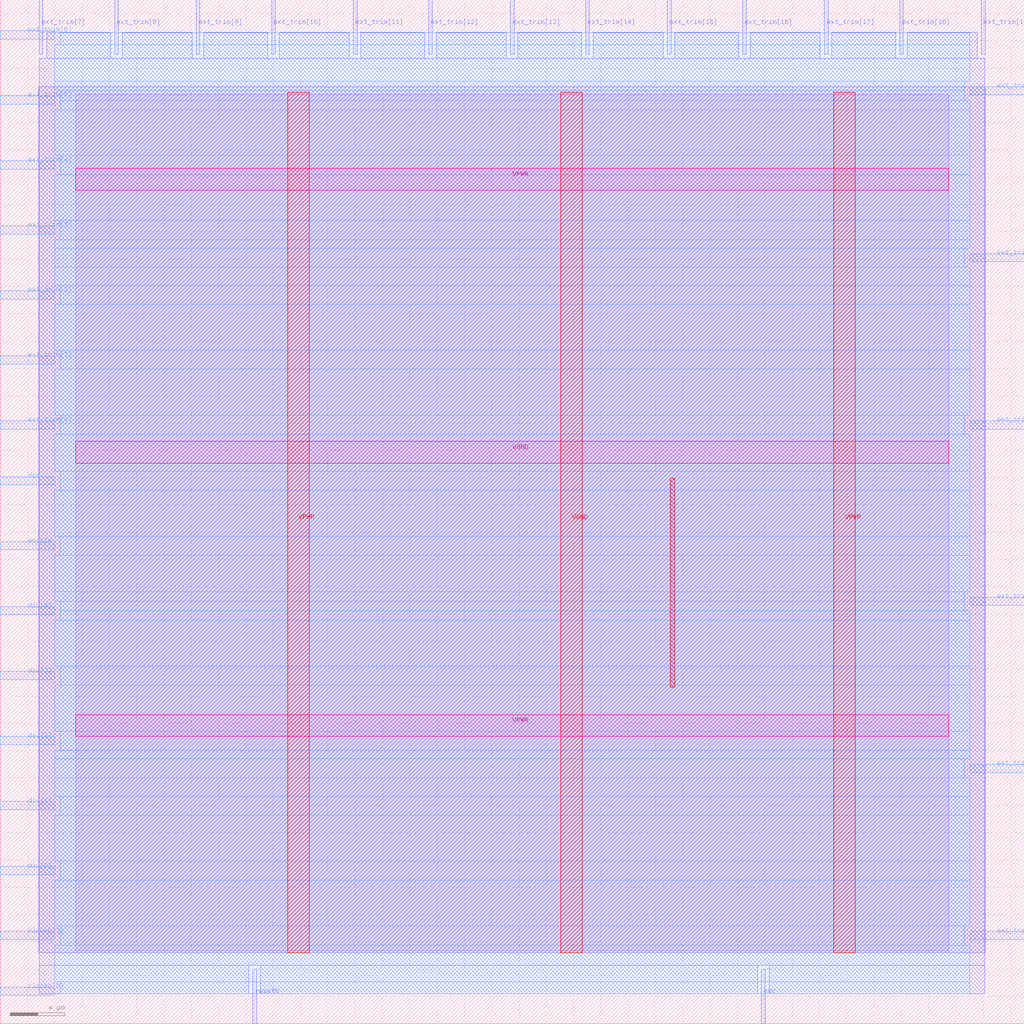
<source format=lef>
VERSION 5.7 ;
  NOWIREEXTENSIONATPIN ON ;
  DIVIDERCHAR "/" ;
  BUSBITCHARS "[]" ;
MACRO digital_pll
  CLASS BLOCK ;
  FOREIGN digital_pll ;
  ORIGIN 0.000 0.000 ;
  SIZE 75.000 BY 75.000 ;
  PIN VGND
    DIRECTION INPUT ;
    USE GROUND ;
    PORT
      LAYER met5 ;
        RECT 5.520 41.050 69.460 42.650 ;
    END
    PORT
      LAYER met4 ;
        RECT 41.040 5.200 42.640 68.240 ;
    END
  END VGND
  PIN VPWR
    DIRECTION INPUT ;
    USE POWER ;
    PORT
      LAYER met5 ;
        RECT 5.520 21.050 69.460 22.650 ;
    END
    PORT
      LAYER met5 ;
        RECT 5.520 61.050 69.460 62.650 ;
    END
    PORT
      LAYER met4 ;
        RECT 21.040 5.200 22.640 68.240 ;
    END
    PORT
      LAYER met4 ;
        RECT 61.040 5.200 62.640 68.240 ;
    END
  END VPWR
  PIN clockp[0]
    DIRECTION OUTPUT TRISTATE ;
    USE SIGNAL ;
    PORT
      LAYER met3 ;
        RECT 0.000 2.080 4.000 2.680 ;
    END
  END clockp[0]
  PIN clockp[1]
    DIRECTION OUTPUT TRISTATE ;
    USE SIGNAL ;
    PORT
      LAYER met3 ;
        RECT 0.000 6.160 4.000 6.760 ;
    END
  END clockp[1]
  PIN dco
    DIRECTION INPUT ;
    USE SIGNAL ;
    PORT
      LAYER met3 ;
        RECT 0.000 39.480 4.000 40.080 ;
    END
  END dco
  PIN div[0]
    DIRECTION INPUT ;
    USE SIGNAL ;
    PORT
      LAYER met3 ;
        RECT 0.000 10.920 4.000 11.520 ;
    END
  END div[0]
  PIN div[1]
    DIRECTION INPUT ;
    USE SIGNAL ;
    PORT
      LAYER met3 ;
        RECT 0.000 15.680 4.000 16.280 ;
    END
  END div[1]
  PIN div[2]
    DIRECTION INPUT ;
    USE SIGNAL ;
    PORT
      LAYER met3 ;
        RECT 0.000 20.440 4.000 21.040 ;
    END
  END div[2]
  PIN div[3]
    DIRECTION INPUT ;
    USE SIGNAL ;
    PORT
      LAYER met3 ;
        RECT 0.000 25.200 4.000 25.800 ;
    END
  END div[3]
  PIN div[4]
    DIRECTION INPUT ;
    USE SIGNAL ;
    PORT
      LAYER met3 ;
        RECT 0.000 29.960 4.000 30.560 ;
    END
  END div[4]
  PIN enable
    DIRECTION INPUT ;
    USE SIGNAL ;
    PORT
      LAYER met3 ;
        RECT 0.000 34.720 4.000 35.320 ;
    END
  END enable
  PIN ext_trim[0]
    DIRECTION INPUT ;
    USE SIGNAL ;
    PORT
      LAYER met3 ;
        RECT 0.000 43.560 4.000 44.160 ;
    END
  END ext_trim[0]
  PIN ext_trim[10]
    DIRECTION INPUT ;
    USE SIGNAL ;
    PORT
      LAYER met2 ;
        RECT 19.870 71.000 20.150 75.000 ;
    END
  END ext_trim[10]
  PIN ext_trim[11]
    DIRECTION INPUT ;
    USE SIGNAL ;
    PORT
      LAYER met2 ;
        RECT 25.850 71.000 26.130 75.000 ;
    END
  END ext_trim[11]
  PIN ext_trim[12]
    DIRECTION INPUT ;
    USE SIGNAL ;
    PORT
      LAYER met2 ;
        RECT 31.370 71.000 31.650 75.000 ;
    END
  END ext_trim[12]
  PIN ext_trim[13]
    DIRECTION INPUT ;
    USE SIGNAL ;
    PORT
      LAYER met2 ;
        RECT 37.350 71.000 37.630 75.000 ;
    END
  END ext_trim[13]
  PIN ext_trim[14]
    DIRECTION INPUT ;
    USE SIGNAL ;
    PORT
      LAYER met2 ;
        RECT 42.870 71.000 43.150 75.000 ;
    END
  END ext_trim[14]
  PIN ext_trim[15]
    DIRECTION INPUT ;
    USE SIGNAL ;
    PORT
      LAYER met2 ;
        RECT 48.850 71.000 49.130 75.000 ;
    END
  END ext_trim[15]
  PIN ext_trim[16]
    DIRECTION INPUT ;
    USE SIGNAL ;
    PORT
      LAYER met2 ;
        RECT 54.370 71.000 54.650 75.000 ;
    END
  END ext_trim[16]
  PIN ext_trim[17]
    DIRECTION INPUT ;
    USE SIGNAL ;
    PORT
      LAYER met2 ;
        RECT 60.350 71.000 60.630 75.000 ;
    END
  END ext_trim[17]
  PIN ext_trim[18]
    DIRECTION INPUT ;
    USE SIGNAL ;
    PORT
      LAYER met2 ;
        RECT 65.870 71.000 66.150 75.000 ;
    END
  END ext_trim[18]
  PIN ext_trim[19]
    DIRECTION INPUT ;
    USE SIGNAL ;
    PORT
      LAYER met2 ;
        RECT 71.850 71.000 72.130 75.000 ;
    END
  END ext_trim[19]
  PIN ext_trim[1]
    DIRECTION INPUT ;
    USE SIGNAL ;
    PORT
      LAYER met3 ;
        RECT 0.000 48.320 4.000 48.920 ;
    END
  END ext_trim[1]
  PIN ext_trim[20]
    DIRECTION INPUT ;
    USE SIGNAL ;
    PORT
      LAYER met3 ;
        RECT 71.000 68.040 75.000 68.640 ;
    END
  END ext_trim[20]
  PIN ext_trim[21]
    DIRECTION INPUT ;
    USE SIGNAL ;
    PORT
      LAYER met3 ;
        RECT 71.000 55.800 75.000 56.400 ;
    END
  END ext_trim[21]
  PIN ext_trim[22]
    DIRECTION INPUT ;
    USE SIGNAL ;
    PORT
      LAYER met3 ;
        RECT 71.000 43.560 75.000 44.160 ;
    END
  END ext_trim[22]
  PIN ext_trim[23]
    DIRECTION INPUT ;
    USE SIGNAL ;
    PORT
      LAYER met3 ;
        RECT 71.000 30.640 75.000 31.240 ;
    END
  END ext_trim[23]
  PIN ext_trim[24]
    DIRECTION INPUT ;
    USE SIGNAL ;
    PORT
      LAYER met3 ;
        RECT 71.000 18.400 75.000 19.000 ;
    END
  END ext_trim[24]
  PIN ext_trim[25]
    DIRECTION INPUT ;
    USE SIGNAL ;
    PORT
      LAYER met3 ;
        RECT 71.000 6.160 75.000 6.760 ;
    END
  END ext_trim[25]
  PIN ext_trim[2]
    DIRECTION INPUT ;
    USE SIGNAL ;
    PORT
      LAYER met3 ;
        RECT 0.000 53.080 4.000 53.680 ;
    END
  END ext_trim[2]
  PIN ext_trim[3]
    DIRECTION INPUT ;
    USE SIGNAL ;
    PORT
      LAYER met3 ;
        RECT 0.000 57.840 4.000 58.440 ;
    END
  END ext_trim[3]
  PIN ext_trim[4]
    DIRECTION INPUT ;
    USE SIGNAL ;
    PORT
      LAYER met3 ;
        RECT 0.000 62.600 4.000 63.200 ;
    END
  END ext_trim[4]
  PIN ext_trim[5]
    DIRECTION INPUT ;
    USE SIGNAL ;
    PORT
      LAYER met3 ;
        RECT 0.000 67.360 4.000 67.960 ;
    END
  END ext_trim[5]
  PIN ext_trim[6]
    DIRECTION INPUT ;
    USE SIGNAL ;
    PORT
      LAYER met3 ;
        RECT 0.000 72.120 4.000 72.720 ;
    END
  END ext_trim[6]
  PIN ext_trim[7]
    DIRECTION INPUT ;
    USE SIGNAL ;
    PORT
      LAYER met2 ;
        RECT 2.850 71.000 3.130 75.000 ;
    END
  END ext_trim[7]
  PIN ext_trim[8]
    DIRECTION INPUT ;
    USE SIGNAL ;
    PORT
      LAYER met2 ;
        RECT 8.370 71.000 8.650 75.000 ;
    END
  END ext_trim[8]
  PIN ext_trim[9]
    DIRECTION INPUT ;
    USE SIGNAL ;
    PORT
      LAYER met2 ;
        RECT 14.350 71.000 14.630 75.000 ;
    END
  END ext_trim[9]
  PIN osc
    DIRECTION INPUT ;
    USE SIGNAL ;
    PORT
      LAYER met2 ;
        RECT 55.750 0.000 56.030 4.000 ;
    END
  END osc
  PIN resetb
    DIRECTION INPUT ;
    USE SIGNAL ;
    PORT
      LAYER met2 ;
        RECT 18.490 0.000 18.770 4.000 ;
    END
  END resetb
  OBS
      LAYER li1 ;
        RECT 5.520 5.355 69.460 68.085 ;
      LAYER met1 ;
        RECT 2.830 5.200 72.150 68.640 ;
      LAYER met2 ;
        RECT 3.410 70.720 8.090 72.605 ;
        RECT 8.930 70.720 14.070 72.605 ;
        RECT 14.910 70.720 19.590 72.605 ;
        RECT 20.430 70.720 25.570 72.605 ;
        RECT 26.410 70.720 31.090 72.605 ;
        RECT 31.930 70.720 37.070 72.605 ;
        RECT 37.910 70.720 42.590 72.605 ;
        RECT 43.430 70.720 48.570 72.605 ;
        RECT 49.410 70.720 54.090 72.605 ;
        RECT 54.930 70.720 60.070 72.605 ;
        RECT 60.910 70.720 65.590 72.605 ;
        RECT 66.430 70.720 71.570 72.605 ;
        RECT 2.860 4.280 72.120 70.720 ;
        RECT 2.860 2.195 18.210 4.280 ;
        RECT 19.050 2.195 55.470 4.280 ;
        RECT 56.310 2.195 72.120 4.280 ;
      LAYER met3 ;
        RECT 4.400 71.720 71.000 72.585 ;
        RECT 4.000 69.040 71.000 71.720 ;
        RECT 4.000 68.360 70.600 69.040 ;
        RECT 4.400 67.640 70.600 68.360 ;
        RECT 4.400 66.960 71.000 67.640 ;
        RECT 4.000 63.600 71.000 66.960 ;
        RECT 4.400 62.200 71.000 63.600 ;
        RECT 4.000 58.840 71.000 62.200 ;
        RECT 4.400 57.440 71.000 58.840 ;
        RECT 4.000 56.800 71.000 57.440 ;
        RECT 4.000 55.400 70.600 56.800 ;
        RECT 4.000 54.080 71.000 55.400 ;
        RECT 4.400 52.680 71.000 54.080 ;
        RECT 4.000 49.320 71.000 52.680 ;
        RECT 4.400 47.920 71.000 49.320 ;
        RECT 4.000 44.560 71.000 47.920 ;
        RECT 4.400 43.160 70.600 44.560 ;
        RECT 4.000 40.480 71.000 43.160 ;
        RECT 4.400 39.080 71.000 40.480 ;
        RECT 4.000 35.720 71.000 39.080 ;
        RECT 4.400 34.320 71.000 35.720 ;
        RECT 4.000 31.640 71.000 34.320 ;
        RECT 4.000 30.960 70.600 31.640 ;
        RECT 4.400 30.240 70.600 30.960 ;
        RECT 4.400 29.560 71.000 30.240 ;
        RECT 4.000 26.200 71.000 29.560 ;
        RECT 4.400 24.800 71.000 26.200 ;
        RECT 4.000 21.440 71.000 24.800 ;
        RECT 4.400 20.040 71.000 21.440 ;
        RECT 4.000 19.400 71.000 20.040 ;
        RECT 4.000 18.000 70.600 19.400 ;
        RECT 4.000 16.680 71.000 18.000 ;
        RECT 4.400 15.280 71.000 16.680 ;
        RECT 4.000 11.920 71.000 15.280 ;
        RECT 4.400 10.520 71.000 11.920 ;
        RECT 4.000 7.160 71.000 10.520 ;
        RECT 4.400 5.760 70.600 7.160 ;
        RECT 4.000 3.080 71.000 5.760 ;
        RECT 4.400 2.215 71.000 3.080 ;
      LAYER met4 ;
        RECT 49.055 24.655 49.385 39.945 ;
  END
END digital_pll
END LIBRARY


</source>
